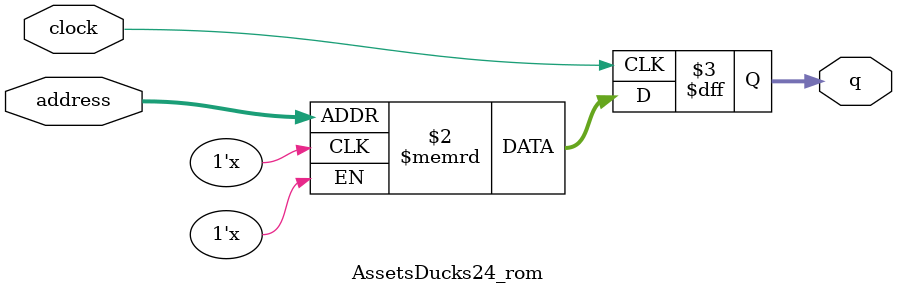
<source format=sv>
module AssetsDucks24_rom (
	input logic clock,
	input logic [12:0] address,
	output logic [3:0] q
);

logic [3:0] memory [0:4351] /* synthesis ram_init_file = "./AssetsDucks24/AssetsDucks24.mif" */;

always_ff @ (posedge clock) begin
	q <= memory[address];
end

endmodule

</source>
